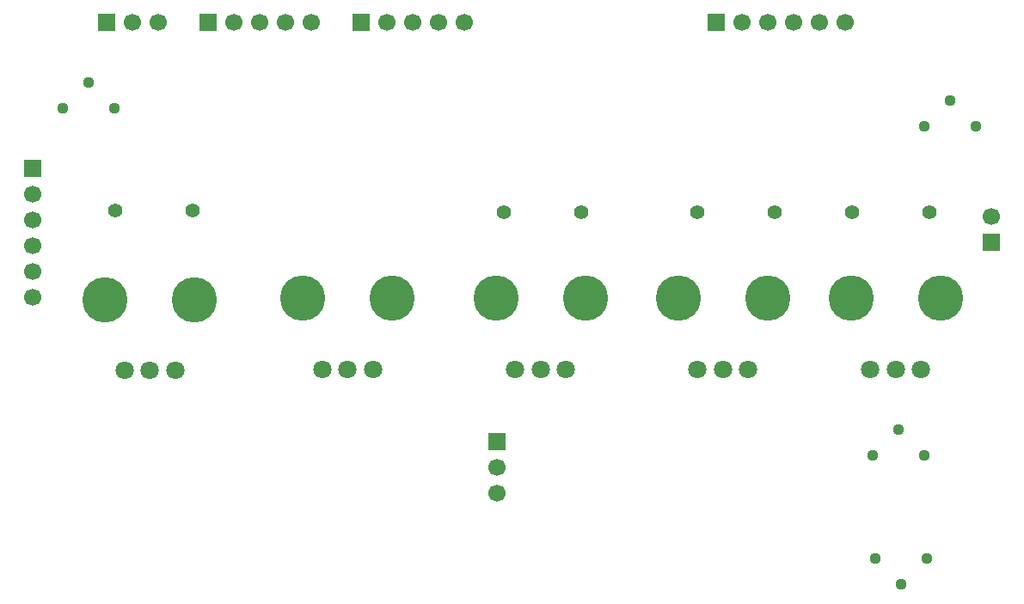
<source format=gbr>
%TF.GenerationSoftware,KiCad,Pcbnew,9.0.3*%
%TF.CreationDate,2025-10-30T19:41:25+09:00*%
%TF.ProjectId,VCF_VCABoard,5643465f-5643-4414-926f-6172642e6b69,rev?*%
%TF.SameCoordinates,Original*%
%TF.FileFunction,Soldermask,Bot*%
%TF.FilePolarity,Negative*%
%FSLAX46Y46*%
G04 Gerber Fmt 4.6, Leading zero omitted, Abs format (unit mm)*
G04 Created by KiCad (PCBNEW 9.0.3) date 2025-10-30 19:41:25*
%MOMM*%
%LPD*%
G01*
G04 APERTURE LIST*
%ADD10C,1.400000*%
%ADD11C,1.800000*%
%ADD12C,4.455000*%
%ADD13C,1.120000*%
%ADD14R,1.700000X1.700000*%
%ADD15C,1.700000*%
G04 APERTURE END LIST*
D10*
%TO.C,R36*%
X142715000Y-106657000D03*
X135095000Y-106657000D03*
%TD*%
D11*
%TO.C,VR12*%
X98183000Y-122166000D03*
X100683000Y-122166000D03*
X103183000Y-122166000D03*
D12*
X96283000Y-115166000D03*
X105083000Y-115166000D03*
%TD*%
D13*
%TO.C,VR17*%
X152400000Y-130660000D03*
X154940000Y-128120000D03*
X157480000Y-130660000D03*
%TD*%
D10*
%TO.C,R37*%
X157955000Y-106657000D03*
X150335000Y-106657000D03*
%TD*%
D11*
%TO.C,VR15*%
X135140000Y-122166000D03*
X137640000Y-122166000D03*
X140140000Y-122166000D03*
D12*
X133240000Y-115166000D03*
X142040000Y-115166000D03*
%TD*%
D14*
%TO.C,J4*%
X87000000Y-88000000D03*
D15*
X89540000Y-88000000D03*
X92080000Y-88000000D03*
X94620000Y-88000000D03*
X97160000Y-88000000D03*
%TD*%
D11*
%TO.C,VR25*%
X117188000Y-122151000D03*
X119688000Y-122151000D03*
X122188000Y-122151000D03*
D12*
X115288000Y-115151000D03*
X124088000Y-115151000D03*
%TD*%
D14*
%TO.C,J3*%
X77000000Y-88000000D03*
D15*
X79540000Y-88000000D03*
X82080000Y-88000000D03*
%TD*%
D11*
%TO.C,VR11*%
X152158000Y-122166000D03*
X154658000Y-122166000D03*
X157158000Y-122166000D03*
D12*
X150258000Y-115166000D03*
X159058000Y-115166000D03*
%TD*%
D14*
%TO.C,J6*%
X137000000Y-88000000D03*
D15*
X139540000Y-88000000D03*
X142080000Y-88000000D03*
X144620000Y-88000000D03*
X147160000Y-88000000D03*
X149700000Y-88000000D03*
%TD*%
D13*
%TO.C,VR16*%
X157734000Y-140768000D03*
X155194000Y-143308000D03*
X152654000Y-140768000D03*
%TD*%
D14*
%TO.C,J10*%
X164084000Y-109601000D03*
D15*
X164084000Y-107061000D03*
%TD*%
D11*
%TO.C,VR13*%
X78707000Y-122279000D03*
X81207000Y-122279000D03*
X83707000Y-122279000D03*
D12*
X76807000Y-115279000D03*
X85607000Y-115279000D03*
%TD*%
D14*
%TO.C,J2*%
X102000000Y-88000000D03*
D15*
X104540000Y-88000000D03*
X107080000Y-88000000D03*
X109620000Y-88000000D03*
X112160000Y-88000000D03*
%TD*%
D14*
%TO.C,J7*%
X115443000Y-129299000D03*
D15*
X115443000Y-131839000D03*
X115443000Y-134379000D03*
%TD*%
D10*
%TO.C,R35*%
X123665000Y-106657000D03*
X116045000Y-106657000D03*
%TD*%
%TO.C,R34*%
X77818000Y-106530000D03*
X85438000Y-106530000D03*
%TD*%
D13*
%TO.C,VR19*%
X72616000Y-96411000D03*
X75156000Y-93871000D03*
X77696000Y-96411000D03*
%TD*%
%TO.C,VR26*%
X157452000Y-98189000D03*
X159992000Y-95649000D03*
X162532000Y-98189000D03*
%TD*%
D14*
%TO.C,J1*%
X69723000Y-102362000D03*
D15*
X69723000Y-104902000D03*
X69723000Y-107442000D03*
X69723000Y-109982000D03*
X69723000Y-112522000D03*
X69723000Y-115062000D03*
%TD*%
M02*

</source>
